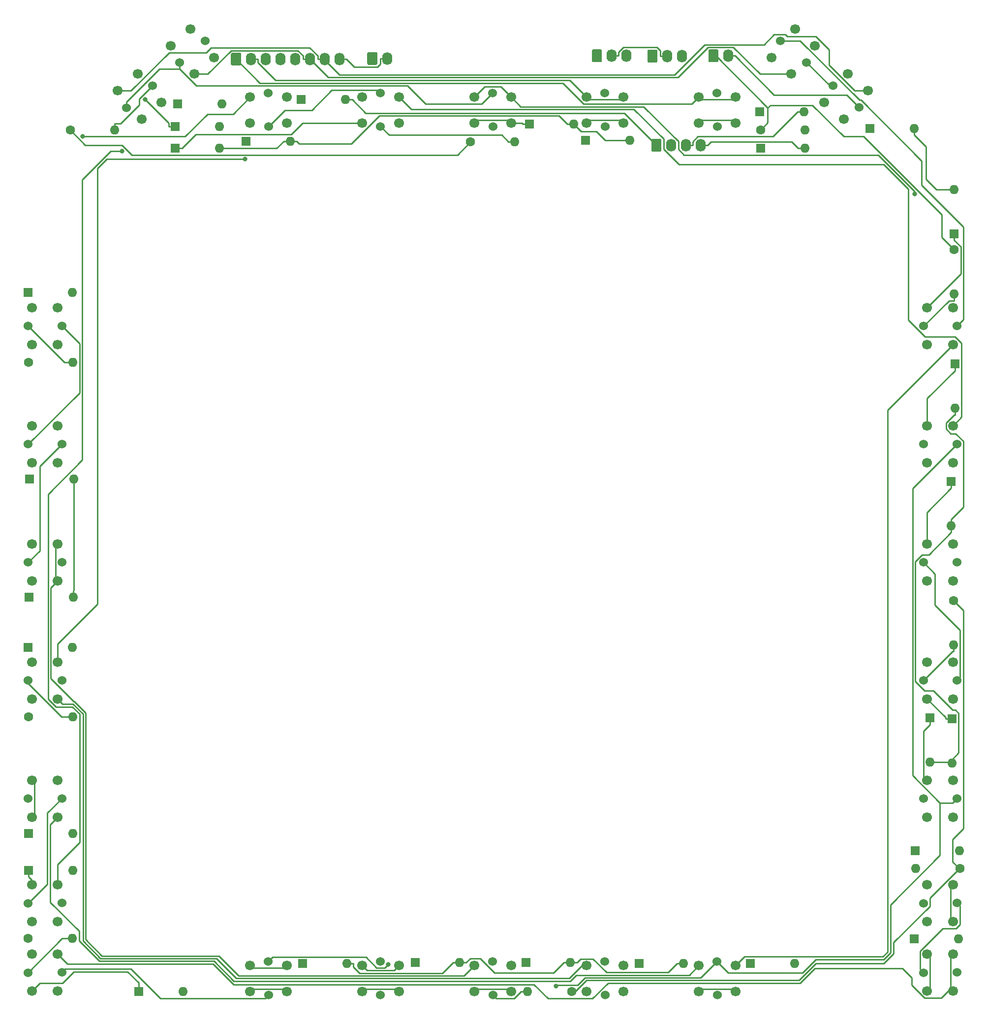
<source format=gbr>
G04 #@! TF.GenerationSoftware,KiCad,Pcbnew,(5.1.5-0-10_14)*
G04 #@! TF.CreationDate,2020-06-21T13:54:13+10:00*
G04 #@! TF.ProjectId,Buttons_AMPCD,42757474-6f6e-4735-9f41-4d5043442e6b,rev?*
G04 #@! TF.SameCoordinates,Original*
G04 #@! TF.FileFunction,Copper,L2,Bot*
G04 #@! TF.FilePolarity,Positive*
%FSLAX46Y46*%
G04 Gerber Fmt 4.6, Leading zero omitted, Abs format (unit mm)*
G04 Created by KiCad (PCBNEW (5.1.5-0-10_14)) date 2020-06-21 13:54:13*
%MOMM*%
%LPD*%
G04 APERTURE LIST*
%ADD10O,1.740000X2.200000*%
%ADD11C,0.100000*%
%ADD12O,1.600000X1.600000*%
%ADD13R,1.600000X1.600000*%
%ADD14C,1.524000*%
%ADD15C,1.700000*%
%ADD16C,1.600000*%
%ADD17C,0.800000*%
%ADD18C,0.250000*%
G04 APERTURE END LIST*
D10*
X129317000Y-30347000D03*
X126777000Y-30347000D03*
G04 #@! TA.AperFunction,ComponentPad*
D11*
G36*
X124881505Y-29248204D02*
G01*
X124905773Y-29251804D01*
X124929572Y-29257765D01*
X124952671Y-29266030D01*
X124974850Y-29276520D01*
X124995893Y-29289132D01*
X125015599Y-29303747D01*
X125033777Y-29320223D01*
X125050253Y-29338401D01*
X125064868Y-29358107D01*
X125077480Y-29379150D01*
X125087970Y-29401329D01*
X125096235Y-29424428D01*
X125102196Y-29448227D01*
X125105796Y-29472495D01*
X125107000Y-29496999D01*
X125107000Y-31197001D01*
X125105796Y-31221505D01*
X125102196Y-31245773D01*
X125096235Y-31269572D01*
X125087970Y-31292671D01*
X125077480Y-31314850D01*
X125064868Y-31335893D01*
X125050253Y-31355599D01*
X125033777Y-31373777D01*
X125015599Y-31390253D01*
X124995893Y-31404868D01*
X124974850Y-31417480D01*
X124952671Y-31427970D01*
X124929572Y-31436235D01*
X124905773Y-31442196D01*
X124881505Y-31445796D01*
X124857001Y-31447000D01*
X123616999Y-31447000D01*
X123592495Y-31445796D01*
X123568227Y-31442196D01*
X123544428Y-31436235D01*
X123521329Y-31427970D01*
X123499150Y-31417480D01*
X123478107Y-31404868D01*
X123458401Y-31390253D01*
X123440223Y-31373777D01*
X123423747Y-31355599D01*
X123409132Y-31335893D01*
X123396520Y-31314850D01*
X123386030Y-31292671D01*
X123377765Y-31269572D01*
X123371804Y-31245773D01*
X123368204Y-31221505D01*
X123367000Y-31197001D01*
X123367000Y-29496999D01*
X123368204Y-29472495D01*
X123371804Y-29448227D01*
X123377765Y-29424428D01*
X123386030Y-29401329D01*
X123396520Y-29379150D01*
X123409132Y-29358107D01*
X123423747Y-29338401D01*
X123440223Y-29320223D01*
X123458401Y-29303747D01*
X123478107Y-29289132D01*
X123499150Y-29276520D01*
X123521329Y-29266030D01*
X123544428Y-29257765D01*
X123568227Y-29251804D01*
X123592495Y-29248204D01*
X123616999Y-29247000D01*
X124857001Y-29247000D01*
X124881505Y-29248204D01*
G37*
G04 #@! TD.AperFunction*
D10*
X119777000Y-30287000D03*
X117237000Y-30287000D03*
G04 #@! TA.AperFunction,ComponentPad*
D11*
G36*
X115341505Y-29188204D02*
G01*
X115365773Y-29191804D01*
X115389572Y-29197765D01*
X115412671Y-29206030D01*
X115434850Y-29216520D01*
X115455893Y-29229132D01*
X115475599Y-29243747D01*
X115493777Y-29260223D01*
X115510253Y-29278401D01*
X115524868Y-29298107D01*
X115537480Y-29319150D01*
X115547970Y-29341329D01*
X115556235Y-29364428D01*
X115562196Y-29388227D01*
X115565796Y-29412495D01*
X115567000Y-29436999D01*
X115567000Y-31137001D01*
X115565796Y-31161505D01*
X115562196Y-31185773D01*
X115556235Y-31209572D01*
X115547970Y-31232671D01*
X115537480Y-31254850D01*
X115524868Y-31275893D01*
X115510253Y-31295599D01*
X115493777Y-31313777D01*
X115475599Y-31330253D01*
X115455893Y-31344868D01*
X115434850Y-31357480D01*
X115412671Y-31367970D01*
X115389572Y-31376235D01*
X115365773Y-31382196D01*
X115341505Y-31385796D01*
X115317001Y-31387000D01*
X114076999Y-31387000D01*
X114052495Y-31385796D01*
X114028227Y-31382196D01*
X114004428Y-31376235D01*
X113981329Y-31367970D01*
X113959150Y-31357480D01*
X113938107Y-31344868D01*
X113918401Y-31330253D01*
X113900223Y-31313777D01*
X113883747Y-31295599D01*
X113869132Y-31275893D01*
X113856520Y-31254850D01*
X113846030Y-31232671D01*
X113837765Y-31209572D01*
X113831804Y-31185773D01*
X113828204Y-31161505D01*
X113827000Y-31137001D01*
X113827000Y-29436999D01*
X113828204Y-29412495D01*
X113831804Y-29388227D01*
X113837765Y-29364428D01*
X113846030Y-29341329D01*
X113856520Y-29319150D01*
X113869132Y-29298107D01*
X113883747Y-29278401D01*
X113900223Y-29260223D01*
X113918401Y-29243747D01*
X113938107Y-29229132D01*
X113959150Y-29216520D01*
X113981329Y-29206030D01*
X114004428Y-29197765D01*
X114028227Y-29191804D01*
X114052495Y-29188204D01*
X114076999Y-29187000D01*
X115317001Y-29187000D01*
X115341505Y-29188204D01*
G37*
G04 #@! TD.AperFunction*
D10*
X78587000Y-30747000D03*
G04 #@! TA.AperFunction,ComponentPad*
D11*
G36*
X76691505Y-29648204D02*
G01*
X76715773Y-29651804D01*
X76739572Y-29657765D01*
X76762671Y-29666030D01*
X76784850Y-29676520D01*
X76805893Y-29689132D01*
X76825599Y-29703747D01*
X76843777Y-29720223D01*
X76860253Y-29738401D01*
X76874868Y-29758107D01*
X76887480Y-29779150D01*
X76897970Y-29801329D01*
X76906235Y-29824428D01*
X76912196Y-29848227D01*
X76915796Y-29872495D01*
X76917000Y-29896999D01*
X76917000Y-31597001D01*
X76915796Y-31621505D01*
X76912196Y-31645773D01*
X76906235Y-31669572D01*
X76897970Y-31692671D01*
X76887480Y-31714850D01*
X76874868Y-31735893D01*
X76860253Y-31755599D01*
X76843777Y-31773777D01*
X76825599Y-31790253D01*
X76805893Y-31804868D01*
X76784850Y-31817480D01*
X76762671Y-31827970D01*
X76739572Y-31836235D01*
X76715773Y-31842196D01*
X76691505Y-31845796D01*
X76667001Y-31847000D01*
X75426999Y-31847000D01*
X75402495Y-31845796D01*
X75378227Y-31842196D01*
X75354428Y-31836235D01*
X75331329Y-31827970D01*
X75309150Y-31817480D01*
X75288107Y-31804868D01*
X75268401Y-31790253D01*
X75250223Y-31773777D01*
X75233747Y-31755599D01*
X75219132Y-31735893D01*
X75206520Y-31714850D01*
X75196030Y-31692671D01*
X75187765Y-31669572D01*
X75181804Y-31645773D01*
X75178204Y-31621505D01*
X75177000Y-31597001D01*
X75177000Y-29896999D01*
X75178204Y-29872495D01*
X75181804Y-29848227D01*
X75187765Y-29824428D01*
X75196030Y-29801329D01*
X75206520Y-29779150D01*
X75219132Y-29758107D01*
X75233747Y-29738401D01*
X75250223Y-29720223D01*
X75268401Y-29703747D01*
X75288107Y-29689132D01*
X75309150Y-29676520D01*
X75331329Y-29666030D01*
X75354428Y-29657765D01*
X75378227Y-29651804D01*
X75402495Y-29648204D01*
X75426999Y-29647000D01*
X76667001Y-29647000D01*
X76691505Y-29648204D01*
G37*
G04 #@! TD.AperFunction*
D12*
X71447000Y-37807000D03*
D13*
X63827000Y-37807000D03*
D14*
X22617000Y-158007000D03*
X16826000Y-158047000D03*
D15*
X21906000Y-154872000D03*
X21906000Y-161222000D03*
X17461000Y-154872000D03*
X17461000Y-161222000D03*
D12*
X31707000Y-43057000D03*
D16*
X24087000Y-43057000D03*
D12*
X100577000Y-45047000D03*
D16*
X92957000Y-45047000D03*
D12*
X150467000Y-43057000D03*
D16*
X142847000Y-43057000D03*
D12*
X176177000Y-71257000D03*
D16*
X176177000Y-63637000D03*
D12*
X176047000Y-131587000D03*
D16*
X176047000Y-123967000D03*
D12*
X169537000Y-170057000D03*
D16*
X177157000Y-170057000D03*
D12*
X102737000Y-191237000D03*
D16*
X110357000Y-191237000D03*
D12*
X24447000Y-182087000D03*
D16*
X16827000Y-182087000D03*
D12*
X24527000Y-143957000D03*
D16*
X16907000Y-143957000D03*
D12*
X24527000Y-82987000D03*
D16*
X16907000Y-82987000D03*
D10*
X137267000Y-30287000D03*
G04 #@! TA.AperFunction,ComponentPad*
D11*
G36*
X135371505Y-29188204D02*
G01*
X135395773Y-29191804D01*
X135419572Y-29197765D01*
X135442671Y-29206030D01*
X135464850Y-29216520D01*
X135485893Y-29229132D01*
X135505599Y-29243747D01*
X135523777Y-29260223D01*
X135540253Y-29278401D01*
X135554868Y-29298107D01*
X135567480Y-29319150D01*
X135577970Y-29341329D01*
X135586235Y-29364428D01*
X135592196Y-29388227D01*
X135595796Y-29412495D01*
X135597000Y-29436999D01*
X135597000Y-31137001D01*
X135595796Y-31161505D01*
X135592196Y-31185773D01*
X135586235Y-31209572D01*
X135577970Y-31232671D01*
X135567480Y-31254850D01*
X135554868Y-31275893D01*
X135540253Y-31295599D01*
X135523777Y-31313777D01*
X135505599Y-31330253D01*
X135485893Y-31344868D01*
X135464850Y-31357480D01*
X135442671Y-31367970D01*
X135419572Y-31376235D01*
X135395773Y-31382196D01*
X135371505Y-31385796D01*
X135347001Y-31387000D01*
X134106999Y-31387000D01*
X134082495Y-31385796D01*
X134058227Y-31382196D01*
X134034428Y-31376235D01*
X134011329Y-31367970D01*
X133989150Y-31357480D01*
X133968107Y-31344868D01*
X133948401Y-31330253D01*
X133930223Y-31313777D01*
X133913747Y-31295599D01*
X133899132Y-31275893D01*
X133886520Y-31254850D01*
X133876030Y-31232671D01*
X133867765Y-31209572D01*
X133861804Y-31185773D01*
X133858204Y-31161505D01*
X133857000Y-31137001D01*
X133857000Y-29436999D01*
X133858204Y-29412495D01*
X133861804Y-29388227D01*
X133867765Y-29364428D01*
X133876030Y-29341329D01*
X133886520Y-29319150D01*
X133899132Y-29298107D01*
X133913747Y-29278401D01*
X133930223Y-29260223D01*
X133948401Y-29243747D01*
X133968107Y-29229132D01*
X133989150Y-29216520D01*
X134011329Y-29206030D01*
X134034428Y-29197765D01*
X134058227Y-29191804D01*
X134082495Y-29188204D01*
X134106999Y-29187000D01*
X135347001Y-29187000D01*
X135371505Y-29188204D01*
G37*
G04 #@! TD.AperFunction*
D10*
X132527000Y-45657000D03*
X129987000Y-45657000D03*
X127447000Y-45657000D03*
G04 #@! TA.AperFunction,ComponentPad*
D11*
G36*
X125551505Y-44558204D02*
G01*
X125575773Y-44561804D01*
X125599572Y-44567765D01*
X125622671Y-44576030D01*
X125644850Y-44586520D01*
X125665893Y-44599132D01*
X125685599Y-44613747D01*
X125703777Y-44630223D01*
X125720253Y-44648401D01*
X125734868Y-44668107D01*
X125747480Y-44689150D01*
X125757970Y-44711329D01*
X125766235Y-44734428D01*
X125772196Y-44758227D01*
X125775796Y-44782495D01*
X125777000Y-44806999D01*
X125777000Y-46507001D01*
X125775796Y-46531505D01*
X125772196Y-46555773D01*
X125766235Y-46579572D01*
X125757970Y-46602671D01*
X125747480Y-46624850D01*
X125734868Y-46645893D01*
X125720253Y-46665599D01*
X125703777Y-46683777D01*
X125685599Y-46700253D01*
X125665893Y-46714868D01*
X125644850Y-46727480D01*
X125622671Y-46737970D01*
X125599572Y-46746235D01*
X125575773Y-46752196D01*
X125551505Y-46755796D01*
X125527001Y-46757000D01*
X124286999Y-46757000D01*
X124262495Y-46755796D01*
X124238227Y-46752196D01*
X124214428Y-46746235D01*
X124191329Y-46737970D01*
X124169150Y-46727480D01*
X124148107Y-46714868D01*
X124128401Y-46700253D01*
X124110223Y-46683777D01*
X124093747Y-46665599D01*
X124079132Y-46645893D01*
X124066520Y-46624850D01*
X124056030Y-46602671D01*
X124047765Y-46579572D01*
X124041804Y-46555773D01*
X124038204Y-46531505D01*
X124037000Y-46507001D01*
X124037000Y-44806999D01*
X124038204Y-44782495D01*
X124041804Y-44758227D01*
X124047765Y-44734428D01*
X124056030Y-44711329D01*
X124066520Y-44689150D01*
X124079132Y-44668107D01*
X124093747Y-44648401D01*
X124110223Y-44630223D01*
X124128401Y-44613747D01*
X124148107Y-44599132D01*
X124169150Y-44586520D01*
X124191329Y-44576030D01*
X124214428Y-44567765D01*
X124238227Y-44561804D01*
X124262495Y-44558204D01*
X124286999Y-44557000D01*
X125527001Y-44557000D01*
X125551505Y-44558204D01*
G37*
G04 #@! TD.AperFunction*
D10*
X70377000Y-30847000D03*
X67837000Y-30847000D03*
X65297000Y-30847000D03*
X62757000Y-30847000D03*
X60217000Y-30847000D03*
X57677000Y-30847000D03*
X55137000Y-30847000D03*
G04 #@! TA.AperFunction,ComponentPad*
D11*
G36*
X53241505Y-29748204D02*
G01*
X53265773Y-29751804D01*
X53289572Y-29757765D01*
X53312671Y-29766030D01*
X53334850Y-29776520D01*
X53355893Y-29789132D01*
X53375599Y-29803747D01*
X53393777Y-29820223D01*
X53410253Y-29838401D01*
X53424868Y-29858107D01*
X53437480Y-29879150D01*
X53447970Y-29901329D01*
X53456235Y-29924428D01*
X53462196Y-29948227D01*
X53465796Y-29972495D01*
X53467000Y-29996999D01*
X53467000Y-31697001D01*
X53465796Y-31721505D01*
X53462196Y-31745773D01*
X53456235Y-31769572D01*
X53447970Y-31792671D01*
X53437480Y-31814850D01*
X53424868Y-31835893D01*
X53410253Y-31855599D01*
X53393777Y-31873777D01*
X53375599Y-31890253D01*
X53355893Y-31904868D01*
X53334850Y-31917480D01*
X53312671Y-31927970D01*
X53289572Y-31936235D01*
X53265773Y-31942196D01*
X53241505Y-31945796D01*
X53217001Y-31947000D01*
X51976999Y-31947000D01*
X51952495Y-31945796D01*
X51928227Y-31942196D01*
X51904428Y-31936235D01*
X51881329Y-31927970D01*
X51859150Y-31917480D01*
X51838107Y-31904868D01*
X51818401Y-31890253D01*
X51800223Y-31873777D01*
X51783747Y-31855599D01*
X51769132Y-31835893D01*
X51756520Y-31814850D01*
X51746030Y-31792671D01*
X51737765Y-31769572D01*
X51731804Y-31745773D01*
X51728204Y-31721505D01*
X51727000Y-31697001D01*
X51727000Y-29996999D01*
X51728204Y-29972495D01*
X51731804Y-29948227D01*
X51737765Y-29924428D01*
X51746030Y-29901329D01*
X51756520Y-29879150D01*
X51769132Y-29858107D01*
X51783747Y-29838401D01*
X51800223Y-29820223D01*
X51818401Y-29803747D01*
X51838107Y-29789132D01*
X51859150Y-29776520D01*
X51881329Y-29766030D01*
X51904428Y-29757765D01*
X51928227Y-29751804D01*
X51952495Y-29748204D01*
X51976999Y-29747000D01*
X53217001Y-29747000D01*
X53241505Y-29748204D01*
G37*
G04 #@! TD.AperFunction*
D12*
X49777000Y-42437000D03*
D13*
X42157000Y-42437000D03*
D12*
X50147000Y-38547000D03*
D13*
X42527000Y-38547000D03*
D12*
X61917000Y-44957000D03*
D13*
X54297000Y-44957000D03*
D12*
X49777000Y-46197000D03*
D13*
X42157000Y-46197000D03*
D12*
X110697000Y-42017000D03*
D13*
X103077000Y-42017000D03*
D12*
X120377000Y-44817000D03*
D13*
X112757000Y-44817000D03*
D12*
X150467000Y-46197000D03*
D13*
X142847000Y-46197000D03*
D12*
X169307000Y-42777000D03*
D13*
X161687000Y-42777000D03*
D12*
X150337000Y-39927000D03*
D13*
X142717000Y-39927000D03*
D12*
X176177000Y-53257000D03*
D13*
X176177000Y-60877000D03*
D12*
X176297000Y-90917000D03*
D13*
X176297000Y-83297000D03*
D12*
X175677000Y-111117000D03*
D13*
X175677000Y-103497000D03*
D12*
X175797000Y-151907000D03*
D13*
X175797000Y-144287000D03*
D12*
X172037000Y-151777000D03*
D13*
X172037000Y-144157000D03*
D12*
X176867000Y-182167000D03*
D13*
X169247000Y-182167000D03*
D12*
X177067000Y-166987000D03*
D13*
X169447000Y-166987000D03*
D12*
X148747000Y-186377000D03*
D13*
X141127000Y-186377000D03*
D12*
X129597000Y-186397000D03*
D13*
X121977000Y-186397000D03*
D12*
X110127000Y-186197000D03*
D13*
X102507000Y-186197000D03*
D12*
X91057000Y-186237000D03*
D13*
X83437000Y-186237000D03*
D12*
X71637000Y-186417000D03*
D13*
X64017000Y-186417000D03*
D12*
X43437000Y-191217000D03*
D13*
X35817000Y-191217000D03*
D12*
X24527000Y-170367000D03*
D13*
X16907000Y-170367000D03*
D12*
X24527000Y-163987000D03*
D13*
X16907000Y-163987000D03*
D12*
X24447000Y-132037000D03*
D13*
X16827000Y-132037000D03*
D12*
X24607000Y-123387000D03*
D13*
X16987000Y-123387000D03*
D12*
X24687000Y-103057000D03*
D13*
X17067000Y-103057000D03*
D12*
X24447000Y-70947000D03*
D13*
X16827000Y-70947000D03*
D14*
X58127000Y-36687000D03*
X58167000Y-42478000D03*
D15*
X54992000Y-37398000D03*
X61342000Y-37398000D03*
X54992000Y-41843000D03*
X61342000Y-41843000D03*
D14*
X77427000Y-36687000D03*
X77467000Y-42478000D03*
D15*
X74292000Y-37398000D03*
X80642000Y-37398000D03*
X74292000Y-41843000D03*
X80642000Y-41843000D03*
D14*
X96737000Y-36687000D03*
X96777000Y-42478000D03*
D15*
X93602000Y-37398000D03*
X99952000Y-37398000D03*
X93602000Y-41843000D03*
X99952000Y-41843000D03*
D14*
X116037000Y-36687000D03*
X116077000Y-42478000D03*
D15*
X112902000Y-37398000D03*
X119252000Y-37398000D03*
X112902000Y-41843000D03*
X119252000Y-41843000D03*
D14*
X135347000Y-36687000D03*
X135387000Y-42478000D03*
D15*
X132212000Y-37398000D03*
X138562000Y-37398000D03*
X132212000Y-41843000D03*
X138562000Y-41843000D03*
D14*
X176667000Y-76727000D03*
X170876000Y-76767000D03*
D15*
X175956000Y-73592000D03*
X175956000Y-79942000D03*
X171511000Y-73592000D03*
X171511000Y-79942000D03*
D14*
X176667000Y-97047000D03*
X170876000Y-97087000D03*
D15*
X175956000Y-93912000D03*
X175956000Y-100262000D03*
X171511000Y-93912000D03*
X171511000Y-100262000D03*
D14*
X176667000Y-117367000D03*
X170876000Y-117407000D03*
D15*
X175956000Y-114232000D03*
X175956000Y-120582000D03*
X171511000Y-114232000D03*
X171511000Y-120582000D03*
D14*
X176667000Y-137687000D03*
X170876000Y-137727000D03*
D15*
X175956000Y-134552000D03*
X175956000Y-140902000D03*
X171511000Y-134552000D03*
X171511000Y-140902000D03*
D14*
X176667000Y-158007000D03*
X170876000Y-158047000D03*
D15*
X175956000Y-154872000D03*
X175956000Y-161222000D03*
X171511000Y-154872000D03*
X171511000Y-161222000D03*
D14*
X135347000Y-186047000D03*
X135387000Y-191838000D03*
D15*
X132212000Y-186758000D03*
X138562000Y-186758000D03*
X132212000Y-191203000D03*
X138562000Y-191203000D03*
D14*
X116037000Y-186047000D03*
X116077000Y-191838000D03*
D15*
X112902000Y-186758000D03*
X119252000Y-186758000D03*
X112902000Y-191203000D03*
X119252000Y-191203000D03*
D14*
X96737000Y-186047000D03*
X96777000Y-191838000D03*
D15*
X93602000Y-186758000D03*
X99952000Y-186758000D03*
X93602000Y-191203000D03*
X99952000Y-191203000D03*
D14*
X77427000Y-186047000D03*
X77467000Y-191838000D03*
D15*
X74292000Y-186758000D03*
X80642000Y-186758000D03*
X74292000Y-191203000D03*
X80642000Y-191203000D03*
D14*
X58127000Y-186047000D03*
X58167000Y-191838000D03*
D15*
X54992000Y-186758000D03*
X61342000Y-186758000D03*
X54992000Y-191203000D03*
X61342000Y-191203000D03*
D14*
X22617000Y-137687000D03*
X16826000Y-137727000D03*
D15*
X21906000Y-134552000D03*
X21906000Y-140902000D03*
X17461000Y-134552000D03*
X17461000Y-140902000D03*
D14*
X22617000Y-117367000D03*
X16826000Y-117407000D03*
D15*
X21906000Y-114232000D03*
X21906000Y-120582000D03*
X17461000Y-114232000D03*
X17461000Y-120582000D03*
D14*
X22617000Y-97047000D03*
X16826000Y-97087000D03*
D15*
X21906000Y-93912000D03*
X21906000Y-100262000D03*
X17461000Y-93912000D03*
X17461000Y-100262000D03*
D14*
X22617000Y-76727000D03*
X16826000Y-76767000D03*
D15*
X21906000Y-73592000D03*
X21906000Y-79942000D03*
X17461000Y-73592000D03*
X17461000Y-79942000D03*
D14*
X33774164Y-39202442D03*
X38184616Y-35449417D03*
D15*
X36333961Y-41146970D03*
X32252259Y-36282587D03*
X39739028Y-38289779D03*
X35657327Y-33425396D03*
D14*
X42844164Y-31482442D03*
X47254616Y-27729417D03*
D15*
X45403961Y-33426970D03*
X41322259Y-28562587D03*
X48809028Y-30569779D03*
X44727327Y-25705396D03*
D14*
X159821259Y-39141159D03*
X155359384Y-35449417D03*
D15*
X161291741Y-36282587D03*
X157210039Y-41146970D03*
X157886673Y-33425396D03*
X153804972Y-38289779D03*
D14*
X150751259Y-31421159D03*
X146289384Y-27729417D03*
D15*
X152221741Y-28562587D03*
X148140039Y-33426970D03*
X148816673Y-25705396D03*
X144734972Y-30569779D03*
D14*
X176667000Y-187907000D03*
X170876000Y-187947000D03*
D15*
X175956000Y-184772000D03*
X175956000Y-191122000D03*
X171511000Y-184772000D03*
X171511000Y-191122000D03*
D14*
X176667000Y-175997000D03*
X170876000Y-176037000D03*
D15*
X175956000Y-172862000D03*
X175956000Y-179212000D03*
X171511000Y-172862000D03*
X171511000Y-179212000D03*
D14*
X22617000Y-187907000D03*
X16826000Y-187947000D03*
D15*
X21906000Y-184772000D03*
X21906000Y-191122000D03*
X17461000Y-184772000D03*
X17461000Y-191122000D03*
D14*
X22617000Y-175997000D03*
X16826000Y-176037000D03*
D15*
X21906000Y-172862000D03*
X21906000Y-179212000D03*
X17461000Y-172862000D03*
X17461000Y-179212000D03*
D17*
X78791600Y-186533100D03*
X36916300Y-37753500D03*
X107649000Y-190276200D03*
X32988600Y-46720100D03*
X26242300Y-44182400D03*
X54119700Y-48066000D03*
X169373000Y-54037500D03*
D18*
X22617000Y-158007000D02*
X20127100Y-160496900D01*
X20127100Y-160496900D02*
X20127100Y-172735900D01*
X20127100Y-172735900D02*
X16826000Y-176037000D01*
X58167000Y-191838000D02*
X57624000Y-192381000D01*
X57624000Y-192381000D02*
X39579000Y-192381000D01*
X39579000Y-192381000D02*
X34529200Y-187331200D01*
X34529200Y-187331200D02*
X23192800Y-187331200D01*
X23192800Y-187331200D02*
X22617000Y-187907000D01*
X24447000Y-182087000D02*
X22686000Y-182087000D01*
X22686000Y-182087000D02*
X16826000Y-187947000D01*
X176667000Y-175997000D02*
X177169900Y-176499900D01*
X177169900Y-176499900D02*
X177169900Y-179674700D01*
X177169900Y-179674700D02*
X176457200Y-180387400D01*
X176457200Y-180387400D02*
X174175100Y-180387400D01*
X174175100Y-180387400D02*
X170292200Y-184270300D01*
X170292200Y-184270300D02*
X170292200Y-187363200D01*
X170292200Y-187363200D02*
X170876000Y-187947000D01*
X150751300Y-31421200D02*
X154779500Y-35449400D01*
X154779500Y-35449400D02*
X155359400Y-35449400D01*
X146289400Y-27729400D02*
X149687200Y-27729400D01*
X149687200Y-27729400D02*
X159858700Y-37900900D01*
X159858700Y-37900900D02*
X160120400Y-37900900D01*
X160120400Y-37900900D02*
X170584800Y-48365300D01*
X170584800Y-48365300D02*
X170584800Y-52516600D01*
X170584800Y-52516600D02*
X177777700Y-59709500D01*
X177777700Y-59709500D02*
X177777700Y-75616300D01*
X177777700Y-75616300D02*
X176667000Y-76727000D01*
X31707000Y-43057000D02*
X31707000Y-41931700D01*
X31707000Y-41931700D02*
X32691600Y-41931700D01*
X32691600Y-41931700D02*
X35909400Y-38713900D01*
X35909400Y-38713900D02*
X35909400Y-37724600D01*
X35909400Y-37724600D02*
X38184600Y-35449400D01*
X22617000Y-76727000D02*
X25654700Y-79764700D01*
X25654700Y-79764700D02*
X25654700Y-88258300D01*
X25654700Y-88258300D02*
X16826000Y-97087000D01*
X22617000Y-97047000D02*
X18825600Y-100838400D01*
X18825600Y-100838400D02*
X18825600Y-115407400D01*
X18825600Y-115407400D02*
X16826000Y-117407000D01*
X78791600Y-186533100D02*
X78174800Y-187149900D01*
X78174800Y-187149900D02*
X76790000Y-187149900D01*
X76790000Y-187149900D02*
X74931600Y-185291500D01*
X74931600Y-185291500D02*
X58882500Y-185291500D01*
X58882500Y-185291500D02*
X58127000Y-186047000D01*
X170876000Y-117407000D02*
X172875600Y-119406600D01*
X172875600Y-119406600D02*
X172875600Y-124754000D01*
X172875600Y-124754000D02*
X177175500Y-129053900D01*
X177175500Y-129053900D02*
X177175500Y-137178500D01*
X177175500Y-137178500D02*
X176667000Y-137687000D01*
X77427000Y-36687000D02*
X76939400Y-36199400D01*
X76939400Y-36199400D02*
X69037000Y-36199400D01*
X69037000Y-36199400D02*
X65615900Y-39620500D01*
X65615900Y-39620500D02*
X61024500Y-39620500D01*
X61024500Y-39620500D02*
X58167000Y-42478000D01*
X72572300Y-37807000D02*
X74922200Y-40156900D01*
X74922200Y-40156900D02*
X119406900Y-40156900D01*
X119406900Y-40156900D02*
X124907000Y-45657000D01*
X71447000Y-37807000D02*
X72572300Y-37807000D01*
X24607000Y-123387000D02*
X24607000Y-122261700D01*
X24687000Y-103057000D02*
X24687000Y-122181700D01*
X24687000Y-122181700D02*
X24607000Y-122261700D01*
X17461000Y-161222000D02*
X17916200Y-160766800D01*
X17916200Y-160766800D02*
X17916200Y-155327200D01*
X17916200Y-155327200D02*
X17461000Y-154872000D01*
X16907000Y-170367000D02*
X16907000Y-171492300D01*
X16907000Y-171492300D02*
X17461000Y-172046300D01*
X17461000Y-172046300D02*
X17461000Y-172862000D01*
X17461000Y-191122000D02*
X18834300Y-189748700D01*
X18834300Y-189748700D02*
X22736700Y-189748700D01*
X22736700Y-189748700D02*
X24703800Y-187781600D01*
X24703800Y-187781600D02*
X33900400Y-187781600D01*
X33900400Y-187781600D02*
X35817000Y-189698200D01*
X35817000Y-189698200D02*
X35817000Y-191217000D01*
X72762300Y-186417000D02*
X72762300Y-186960700D01*
X72762300Y-186960700D02*
X73852100Y-188050500D01*
X73852100Y-188050500D02*
X88118200Y-188050500D01*
X88118200Y-188050500D02*
X89931700Y-186237000D01*
X110127000Y-186197000D02*
X111252300Y-186197000D01*
X129597000Y-186397000D02*
X128471700Y-186397000D01*
X128471700Y-186397000D02*
X126929100Y-187939600D01*
X126929100Y-187939600D02*
X116330200Y-187939600D01*
X116330200Y-187939600D02*
X113968400Y-185577800D01*
X113968400Y-185577800D02*
X111871500Y-185577800D01*
X111871500Y-185577800D02*
X111252300Y-186197000D01*
X91057000Y-186237000D02*
X92182300Y-186237000D01*
X110127000Y-186197000D02*
X109001700Y-186197000D01*
X109001700Y-186197000D02*
X107232200Y-187966500D01*
X107232200Y-187966500D02*
X97057100Y-187966500D01*
X97057100Y-187966500D02*
X94631900Y-185541300D01*
X94631900Y-185541300D02*
X92878000Y-185541300D01*
X92878000Y-185541300D02*
X92182300Y-186237000D01*
X91057000Y-186237000D02*
X89931700Y-186237000D01*
X71637000Y-186417000D02*
X72762300Y-186417000D01*
X54992000Y-191203000D02*
X55445100Y-190749900D01*
X55445100Y-190749900D02*
X60888900Y-190749900D01*
X60888900Y-190749900D02*
X61342000Y-191203000D01*
X74292000Y-191203000D02*
X74747000Y-190748000D01*
X74747000Y-190748000D02*
X80187000Y-190748000D01*
X80187000Y-190748000D02*
X80642000Y-191203000D01*
X99952000Y-191203000D02*
X99498900Y-190749900D01*
X99498900Y-190749900D02*
X94055100Y-190749900D01*
X94055100Y-190749900D02*
X93602000Y-191203000D01*
X138562000Y-191203000D02*
X138102100Y-190743100D01*
X138102100Y-190743100D02*
X132671900Y-190743100D01*
X132671900Y-190743100D02*
X132212000Y-191203000D01*
X171511000Y-191122000D02*
X171963400Y-190669600D01*
X171963400Y-190669600D02*
X171963400Y-185224400D01*
X171963400Y-185224400D02*
X171511000Y-184772000D01*
X169307000Y-42777000D02*
X169307000Y-43902300D01*
X169307000Y-43902300D02*
X171323900Y-45919200D01*
X171323900Y-45919200D02*
X171323900Y-51500400D01*
X171323900Y-51500400D02*
X173080500Y-53257000D01*
X173080500Y-53257000D02*
X176177000Y-53257000D01*
X150337000Y-39927000D02*
X149211700Y-39927000D01*
X129987000Y-45657000D02*
X131182300Y-45657000D01*
X131182300Y-45657000D02*
X131182300Y-45059400D01*
X131182300Y-45059400D02*
X132059200Y-44182500D01*
X132059200Y-44182500D02*
X144956200Y-44182500D01*
X144956200Y-44182500D02*
X149211700Y-39927000D01*
X175347000Y-151777000D02*
X176949500Y-150174500D01*
X176949500Y-150174500D02*
X176949500Y-143339200D01*
X176949500Y-143339200D02*
X176389100Y-142778800D01*
X176389100Y-142778800D02*
X175900800Y-142778800D01*
X175900800Y-142778800D02*
X172567300Y-139445300D01*
X172567300Y-139445300D02*
X171028000Y-139445300D01*
X171028000Y-139445300D02*
X169488800Y-137906100D01*
X169488800Y-137906100D02*
X169488800Y-117256400D01*
X169488800Y-117256400D02*
X170629300Y-116115900D01*
X170629300Y-116115900D02*
X171803400Y-116115900D01*
X171803400Y-116115900D02*
X175677000Y-112242300D01*
X175347000Y-151907000D02*
X175347000Y-151777000D01*
X175347000Y-151777000D02*
X173162300Y-151777000D01*
X172037000Y-151777000D02*
X173162300Y-151777000D01*
X175677000Y-111117000D02*
X175677000Y-109991700D01*
X176297000Y-90917000D02*
X176297000Y-92042300D01*
X176297000Y-92042300D02*
X176156300Y-92042300D01*
X176156300Y-92042300D02*
X174753000Y-93445600D01*
X174753000Y-93445600D02*
X174753000Y-94427700D01*
X174753000Y-94427700D02*
X175570600Y-95245300D01*
X175570600Y-95245300D02*
X176415800Y-95245300D01*
X176415800Y-95245300D02*
X177756300Y-96585800D01*
X177756300Y-96585800D02*
X177756300Y-107912400D01*
X177756300Y-107912400D02*
X175677000Y-109991700D01*
X175677000Y-111117000D02*
X175677000Y-112242300D01*
X175797000Y-151907000D02*
X175347000Y-151907000D01*
X172037000Y-144157000D02*
X172037000Y-145282300D01*
X171511000Y-154872000D02*
X170911700Y-154272700D01*
X170911700Y-154272700D02*
X170911700Y-146407600D01*
X170911700Y-146407600D02*
X172037000Y-145282300D01*
X175797000Y-144287000D02*
X174671700Y-144287000D01*
X171511000Y-140902000D02*
X174671700Y-144062700D01*
X174671700Y-144062700D02*
X174671700Y-144287000D01*
X171511000Y-114232000D02*
X171511000Y-108788300D01*
X171511000Y-108788300D02*
X175677000Y-104622300D01*
X175677000Y-103497000D02*
X175677000Y-104622300D01*
X171511000Y-93912000D02*
X171511000Y-89208300D01*
X171511000Y-89208300D02*
X176297000Y-84422300D01*
X176297000Y-83297000D02*
X176297000Y-84422300D01*
X176177000Y-60877000D02*
X176177000Y-62002300D01*
X171511000Y-73592000D02*
X177302300Y-67800700D01*
X177302300Y-67800700D02*
X177302300Y-63127600D01*
X177302300Y-63127600D02*
X176177000Y-62002300D01*
X61917000Y-44957000D02*
X63042300Y-44957000D01*
X63042300Y-44957000D02*
X63476100Y-45390800D01*
X63476100Y-45390800D02*
X72446200Y-45390800D01*
X72446200Y-45390800D02*
X77229700Y-40607300D01*
X77229700Y-40607300D02*
X108162000Y-40607300D01*
X108162000Y-40607300D02*
X109571700Y-42017000D01*
X61598800Y-44957000D02*
X61917000Y-44957000D01*
X110697000Y-42017000D02*
X109571700Y-42017000D01*
X120377000Y-44817000D02*
X116115000Y-44817000D01*
X116115000Y-44817000D02*
X114625700Y-43327700D01*
X114625700Y-43327700D02*
X112007700Y-43327700D01*
X112007700Y-43327700D02*
X110697000Y-42017000D01*
X133722300Y-45657000D02*
X134307600Y-45071700D01*
X134307600Y-45071700D02*
X148216400Y-45071700D01*
X148216400Y-45071700D02*
X149341700Y-46197000D01*
X60791700Y-44957000D02*
X59551700Y-46197000D01*
X59551700Y-46197000D02*
X49777000Y-46197000D01*
X61598800Y-44957000D02*
X60791700Y-44957000D01*
X150467000Y-46197000D02*
X149341700Y-46197000D01*
X132527000Y-45657000D02*
X133722300Y-45657000D01*
X138562000Y-41843000D02*
X138084200Y-41365200D01*
X138084200Y-41365200D02*
X132689800Y-41365200D01*
X132689800Y-41365200D02*
X132212000Y-41843000D01*
X119252000Y-41843000D02*
X118794200Y-41385200D01*
X118794200Y-41385200D02*
X113359800Y-41385200D01*
X113359800Y-41385200D02*
X112902000Y-41843000D01*
X99952000Y-41843000D02*
X99478500Y-41369500D01*
X99478500Y-41369500D02*
X94075500Y-41369500D01*
X94075500Y-41369500D02*
X93602000Y-41843000D01*
X101951700Y-42017000D02*
X101777700Y-41843000D01*
X101777700Y-41843000D02*
X99952000Y-41843000D01*
X103077000Y-42017000D02*
X101951700Y-42017000D01*
X43282300Y-46197000D02*
X45647700Y-43831600D01*
X45647700Y-43831600D02*
X62087600Y-43831600D01*
X62087600Y-43831600D02*
X64076200Y-41843000D01*
X64076200Y-41843000D02*
X74292000Y-41843000D01*
X42157000Y-46197000D02*
X43282300Y-46197000D01*
X41031700Y-42437000D02*
X41031700Y-41868900D01*
X41031700Y-41868900D02*
X36916300Y-37753500D01*
X42157000Y-42437000D02*
X41031700Y-42437000D01*
X107649000Y-190276200D02*
X107813500Y-190111700D01*
X107813500Y-190111700D02*
X111389300Y-190111700D01*
X111389300Y-190111700D02*
X112660700Y-188840300D01*
X112660700Y-188840300D02*
X132553700Y-188840300D01*
X132553700Y-188840300D02*
X135347000Y-186047000D01*
X173733600Y-158763600D02*
X173733600Y-167784400D01*
X173733600Y-167784400D02*
X165204700Y-176313300D01*
X165204700Y-176313300D02*
X165204700Y-184546900D01*
X165204700Y-184546900D02*
X164040900Y-185710700D01*
X164040900Y-185710700D02*
X152367600Y-185710700D01*
X152367600Y-185710700D02*
X150105800Y-187972500D01*
X150105800Y-187972500D02*
X137272500Y-187972500D01*
X137272500Y-187972500D02*
X135347000Y-186047000D01*
X173733600Y-158763600D02*
X175910400Y-158763600D01*
X175910400Y-158763600D02*
X176667000Y-158007000D01*
X176667000Y-97047000D02*
X169038500Y-104675500D01*
X169038500Y-104675500D02*
X169038500Y-154068500D01*
X169038500Y-154068500D02*
X173733600Y-158763600D01*
X96737000Y-36687000D02*
X94847400Y-38576600D01*
X94847400Y-38576600D02*
X85189700Y-38576600D01*
X85189700Y-38576600D02*
X82069600Y-35456500D01*
X82069600Y-35456500D02*
X45727900Y-35456500D01*
X45727900Y-35456500D02*
X42844200Y-32572800D01*
X42844200Y-32572800D02*
X39449900Y-32572800D01*
X39449900Y-32572800D02*
X33774200Y-38248500D01*
X33774200Y-38248500D02*
X33774200Y-39202400D01*
X138462300Y-30287000D02*
X145196700Y-37021400D01*
X145196700Y-37021400D02*
X157701500Y-37021400D01*
X157701500Y-37021400D02*
X159821300Y-39141200D01*
X137267000Y-30287000D02*
X138462300Y-30287000D01*
X42844200Y-32572800D02*
X42844200Y-31482400D01*
X21906000Y-172862000D02*
X21906000Y-169337600D01*
X21906000Y-169337600D02*
X25652400Y-165591200D01*
X25652400Y-165591200D02*
X25652400Y-143490600D01*
X25652400Y-143490600D02*
X24437400Y-142275600D01*
X24437400Y-142275600D02*
X21613300Y-142275600D01*
X21613300Y-142275600D02*
X20262600Y-140924900D01*
X20262600Y-140924900D02*
X20262600Y-105686000D01*
X20262600Y-105686000D02*
X26145900Y-99802700D01*
X26145900Y-99802700D02*
X26145900Y-51613100D01*
X26145900Y-51613100D02*
X31038900Y-46720100D01*
X31038900Y-46720100D02*
X32988600Y-46720100D01*
X175956000Y-172862000D02*
X175567300Y-173250700D01*
X175567300Y-173250700D02*
X175567300Y-178823300D01*
X175567300Y-178823300D02*
X175956000Y-179212000D01*
X65297000Y-30847000D02*
X68467700Y-34017700D01*
X68467700Y-34017700D02*
X128616400Y-34017700D01*
X128616400Y-34017700D02*
X133798700Y-28835400D01*
X133798700Y-28835400D02*
X138162200Y-28835400D01*
X138162200Y-28835400D02*
X142753800Y-33427000D01*
X142753800Y-33427000D02*
X148140000Y-33427000D01*
X65297000Y-30847000D02*
X64101700Y-30847000D01*
X64101700Y-30847000D02*
X64101700Y-30249400D01*
X64101700Y-30249400D02*
X63227000Y-29374700D01*
X63227000Y-29374700D02*
X51776000Y-29374700D01*
X51776000Y-29374700D02*
X47723700Y-33427000D01*
X47723700Y-33427000D02*
X45404000Y-33427000D01*
X21906000Y-184772000D02*
X23564700Y-186430700D01*
X23564700Y-186430700D02*
X48627500Y-186430700D01*
X48627500Y-186430700D02*
X52195200Y-189998400D01*
X52195200Y-189998400D02*
X103876400Y-189998400D01*
X103876400Y-189998400D02*
X106269700Y-192391700D01*
X106269700Y-192391700D02*
X113947200Y-192391700D01*
X113947200Y-192391700D02*
X116597800Y-189741100D01*
X116597800Y-189741100D02*
X149661100Y-189741100D01*
X149661100Y-189741100D02*
X152175200Y-187227000D01*
X152175200Y-187227000D02*
X167247000Y-187227000D01*
X167247000Y-187227000D02*
X168849800Y-188829800D01*
X168849800Y-188829800D02*
X168849800Y-190135300D01*
X168849800Y-190135300D02*
X171028000Y-192313500D01*
X171028000Y-192313500D02*
X173933900Y-192313500D01*
X173933900Y-192313500D02*
X175540700Y-190706700D01*
X175540700Y-190706700D02*
X175956000Y-191122000D01*
X175956000Y-184772000D02*
X175540700Y-185187300D01*
X175540700Y-185187300D02*
X175540700Y-190706700D01*
X67719800Y-30847000D02*
X70434200Y-33561400D01*
X70434200Y-33561400D02*
X128036600Y-33561400D01*
X128036600Y-33561400D02*
X133231800Y-28366200D01*
X133231800Y-28366200D02*
X143433800Y-28366200D01*
X143433800Y-28366200D02*
X145163200Y-26636800D01*
X145163200Y-26636800D02*
X147132800Y-26636800D01*
X147132800Y-26636800D02*
X147439300Y-26943300D01*
X147439300Y-26943300D02*
X152315000Y-26943300D01*
X152315000Y-26943300D02*
X154620400Y-29248700D01*
X154620400Y-29248700D02*
X154620400Y-31835600D01*
X154620400Y-31835600D02*
X159067400Y-36282600D01*
X159067400Y-36282600D02*
X161291700Y-36282600D01*
X67719800Y-30847000D02*
X66641700Y-30847000D01*
X67837000Y-30847000D02*
X67719800Y-30847000D01*
X66641700Y-30847000D02*
X66641700Y-30249400D01*
X66641700Y-30249400D02*
X65270800Y-28878500D01*
X65270800Y-28878500D02*
X48290300Y-28878500D01*
X48290300Y-28878500D02*
X47430800Y-29738000D01*
X47430800Y-29738000D02*
X41075500Y-29738000D01*
X41075500Y-29738000D02*
X34530900Y-36282600D01*
X34530900Y-36282600D02*
X32252300Y-36282600D01*
X21906000Y-161222000D02*
X20654100Y-162473900D01*
X20654100Y-162473900D02*
X20654100Y-175881600D01*
X20654100Y-175881600D02*
X25572400Y-180799900D01*
X25572400Y-180799900D02*
X25572400Y-182461000D01*
X25572400Y-182461000D02*
X29091700Y-185980300D01*
X29091700Y-185980300D02*
X48814000Y-185980300D01*
X48814000Y-185980300D02*
X52235100Y-189401400D01*
X52235100Y-189401400D02*
X110109900Y-189401400D01*
X110109900Y-189401400D02*
X111121300Y-188390000D01*
X111121300Y-188390000D02*
X130580000Y-188390000D01*
X130580000Y-188390000D02*
X132212000Y-186758000D01*
X138562000Y-186758000D02*
X140094200Y-185225800D01*
X140094200Y-185225800D02*
X163888900Y-185225800D01*
X163888900Y-185225800D02*
X164721400Y-184393300D01*
X164721400Y-184393300D02*
X164721400Y-91176600D01*
X164721400Y-91176600D02*
X175956000Y-79942000D01*
X54992000Y-37398000D02*
X52083000Y-40307000D01*
X52083000Y-40307000D02*
X47695900Y-40307000D01*
X47695900Y-40307000D02*
X43820500Y-44182400D01*
X43820500Y-44182400D02*
X26242300Y-44182400D01*
X80642000Y-37398000D02*
X82718100Y-39474100D01*
X82718100Y-39474100D02*
X121048900Y-39474100D01*
X121048900Y-39474100D02*
X126177500Y-44602700D01*
X126177500Y-44602700D02*
X126177500Y-46334800D01*
X126177500Y-46334800D02*
X128806800Y-48964100D01*
X128806800Y-48964100D02*
X164072500Y-48964100D01*
X164072500Y-48964100D02*
X168289900Y-53181500D01*
X168289900Y-53181500D02*
X168289900Y-75732100D01*
X168289900Y-75732100D02*
X171126500Y-78568700D01*
X171126500Y-78568700D02*
X176304000Y-78568700D01*
X176304000Y-78568700D02*
X177434200Y-79698900D01*
X177434200Y-79698900D02*
X177434200Y-92433800D01*
X177434200Y-92433800D02*
X175956000Y-93912000D01*
X21906000Y-140902000D02*
X22750000Y-141746000D01*
X22750000Y-141746000D02*
X24544700Y-141746000D01*
X24544700Y-141746000D02*
X26253700Y-143455000D01*
X26253700Y-143455000D02*
X26253700Y-182496300D01*
X26253700Y-182496300D02*
X29287400Y-185530000D01*
X29287400Y-185530000D02*
X49225700Y-185530000D01*
X49225700Y-185530000D02*
X52646800Y-188951100D01*
X52646800Y-188951100D02*
X109923300Y-188951100D01*
X109923300Y-188951100D02*
X112116400Y-186758000D01*
X112116400Y-186758000D02*
X112902000Y-186758000D01*
X21906000Y-134552000D02*
X21906000Y-131448800D01*
X21906000Y-131448800D02*
X28746000Y-124608800D01*
X28746000Y-124608800D02*
X28746000Y-49649900D01*
X28746000Y-49649900D02*
X30329900Y-48066000D01*
X30329900Y-48066000D02*
X54119700Y-48066000D01*
X99952000Y-37398000D02*
X101577700Y-39023700D01*
X101577700Y-39023700D02*
X122751100Y-39023700D01*
X122751100Y-39023700D02*
X128717000Y-44989600D01*
X128717000Y-44989600D02*
X128717000Y-46374800D01*
X128717000Y-46374800D02*
X129664500Y-47322300D01*
X129664500Y-47322300D02*
X163067600Y-47322300D01*
X163067600Y-47322300D02*
X169373000Y-53627700D01*
X169373000Y-53627700D02*
X169373000Y-54037500D01*
X93602000Y-37398000D02*
X95403500Y-35596500D01*
X95403500Y-35596500D02*
X98150500Y-35596500D01*
X98150500Y-35596500D02*
X99952000Y-37398000D01*
X21906000Y-120582000D02*
X20722400Y-121765600D01*
X20722400Y-121765600D02*
X20722400Y-137365400D01*
X20722400Y-137365400D02*
X24652600Y-141295600D01*
X24652600Y-141295600D02*
X24731200Y-141295600D01*
X24731200Y-141295600D02*
X26704000Y-143268400D01*
X26704000Y-143268400D02*
X26704000Y-182245300D01*
X26704000Y-182245300D02*
X29538400Y-185079700D01*
X29538400Y-185079700D02*
X49636500Y-185079700D01*
X49636500Y-185079700D02*
X53057600Y-188500800D01*
X53057600Y-188500800D02*
X91859200Y-188500800D01*
X91859200Y-188500800D02*
X93602000Y-186758000D01*
X21906000Y-114232000D02*
X21517800Y-114620200D01*
X21517800Y-114620200D02*
X21517800Y-120193800D01*
X21517800Y-120193800D02*
X21906000Y-120582000D01*
X74292000Y-186758000D02*
X75134200Y-187600200D01*
X75134200Y-187600200D02*
X79799800Y-187600200D01*
X79799800Y-187600200D02*
X80642000Y-186758000D01*
X56332300Y-30847000D02*
X56332300Y-31444600D01*
X56332300Y-31444600D02*
X59406000Y-34518300D01*
X59406000Y-34518300D02*
X110022300Y-34518300D01*
X110022300Y-34518300D02*
X112902000Y-37398000D01*
X55137000Y-30847000D02*
X56332300Y-30847000D01*
X119252000Y-37398000D02*
X118875600Y-37774400D01*
X118875600Y-37774400D02*
X113278400Y-37774400D01*
X113278400Y-37774400D02*
X112902000Y-37398000D01*
X52597000Y-30847000D02*
X56718700Y-34968700D01*
X56718700Y-34968700D02*
X108810600Y-34968700D01*
X108810600Y-34968700D02*
X112415200Y-38573300D01*
X112415200Y-38573300D02*
X131036700Y-38573300D01*
X131036700Y-38573300D02*
X132212000Y-37398000D01*
X54992000Y-186758000D02*
X55370700Y-187136700D01*
X55370700Y-187136700D02*
X60963300Y-187136700D01*
X60963300Y-187136700D02*
X61342000Y-186758000D01*
X132212000Y-37398000D02*
X132594200Y-37780200D01*
X132594200Y-37780200D02*
X138179800Y-37780200D01*
X138179800Y-37780200D02*
X138562000Y-37398000D01*
X110357000Y-191237000D02*
X110993800Y-191237000D01*
X110993800Y-191237000D02*
X112940100Y-189290700D01*
X112940100Y-189290700D02*
X149474600Y-189290700D01*
X149474600Y-189290700D02*
X152379200Y-186386100D01*
X152379200Y-186386100D02*
X164002400Y-186386100D01*
X164002400Y-186386100D02*
X165741800Y-184646700D01*
X165741800Y-184646700D02*
X165741800Y-182765000D01*
X165741800Y-182765000D02*
X171986200Y-176520600D01*
X171986200Y-176520600D02*
X171986200Y-175134200D01*
X171986200Y-175134200D02*
X177063400Y-170057000D01*
X92957000Y-45047000D02*
X90681600Y-47322400D01*
X90681600Y-47322400D02*
X34628900Y-47322400D01*
X34628900Y-47322400D02*
X32940800Y-45634300D01*
X32940800Y-45634300D02*
X26664300Y-45634300D01*
X26664300Y-45634300D02*
X24087000Y-43057000D01*
X177157000Y-170057000D02*
X177063400Y-170057000D01*
X176047000Y-123967000D02*
X177756300Y-125676300D01*
X177756300Y-125676300D02*
X177756300Y-163202500D01*
X177756300Y-163202500D02*
X175908800Y-165050000D01*
X175908800Y-165050000D02*
X175908800Y-168902400D01*
X175908800Y-168902400D02*
X177063400Y-170057000D01*
X176177000Y-63637000D02*
X174001300Y-61461300D01*
X174001300Y-61461300D02*
X174001300Y-57619100D01*
X174001300Y-57619100D02*
X160564500Y-44182300D01*
X160564500Y-44182300D02*
X157206100Y-44182300D01*
X157206100Y-44182300D02*
X151794400Y-38770600D01*
X151794400Y-38770600D02*
X144548500Y-38770600D01*
X144548500Y-38770600D02*
X144092700Y-39226400D01*
X144092700Y-39226400D02*
X144092700Y-41811300D01*
X144092700Y-41811300D02*
X142847000Y-43057000D01*
X134727000Y-30287000D02*
X135153300Y-30287000D01*
X135153300Y-30287000D02*
X144092700Y-39226400D01*
X24527000Y-82987000D02*
X23046000Y-82987000D01*
X23046000Y-82987000D02*
X16826000Y-76767000D01*
X24527000Y-143957000D02*
X22588100Y-143957000D01*
X22588100Y-143957000D02*
X16826000Y-138194900D01*
X16826000Y-138194900D02*
X16826000Y-137727000D01*
X102737000Y-191237000D02*
X101611700Y-191237000D01*
X101611700Y-191237000D02*
X100431800Y-192416900D01*
X100431800Y-192416900D02*
X97355900Y-192416900D01*
X97355900Y-192416900D02*
X96777000Y-191838000D01*
X176047000Y-131587000D02*
X176047000Y-132712300D01*
X176047000Y-132712300D02*
X175890700Y-132712300D01*
X175890700Y-132712300D02*
X170876000Y-137727000D01*
X176177000Y-71257000D02*
X176177000Y-72382300D01*
X176177000Y-72382300D02*
X175260700Y-72382300D01*
X175260700Y-72382300D02*
X170876000Y-76767000D01*
X100577000Y-45047000D02*
X99451700Y-45047000D01*
X99451700Y-45047000D02*
X98326400Y-43921700D01*
X98326400Y-43921700D02*
X78910700Y-43921700D01*
X78910700Y-43921700D02*
X77467000Y-42478000D01*
X78587000Y-30747000D02*
X77391700Y-30747000D01*
X70377000Y-30847000D02*
X71572300Y-30847000D01*
X71572300Y-30847000D02*
X72898600Y-32173300D01*
X72898600Y-32173300D02*
X76936600Y-32173300D01*
X76936600Y-32173300D02*
X77391700Y-31718200D01*
X77391700Y-31718200D02*
X77391700Y-30747000D01*
X126777000Y-30347000D02*
X125581700Y-30347000D01*
X117237000Y-30287000D02*
X118432300Y-30287000D01*
X118432300Y-30287000D02*
X118432300Y-29689300D01*
X118432300Y-29689300D02*
X119279800Y-28841800D01*
X119279800Y-28841800D02*
X125047700Y-28841800D01*
X125047700Y-28841800D02*
X125581700Y-29375800D01*
X125581700Y-29375800D02*
X125581700Y-30347000D01*
M02*

</source>
